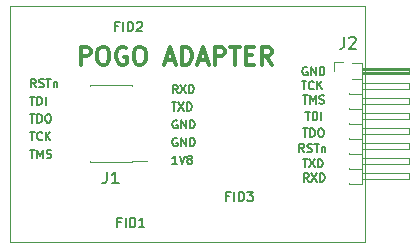
<source format=gbr>
%TF.GenerationSoftware,KiCad,Pcbnew,8.0.2*%
%TF.CreationDate,2025-01-22T12:11:11+05:30*%
%TF.ProjectId,pogo_adapter,706f676f-5f61-4646-9170-7465722e6b69,rev?*%
%TF.SameCoordinates,Original*%
%TF.FileFunction,Legend,Top*%
%TF.FilePolarity,Positive*%
%FSLAX46Y46*%
G04 Gerber Fmt 4.6, Leading zero omitted, Abs format (unit mm)*
G04 Created by KiCad (PCBNEW 8.0.2) date 2025-01-22 12:11:11*
%MOMM*%
%LPD*%
G01*
G04 APERTURE LIST*
%ADD10C,0.300000*%
%ADD11C,0.150000*%
%ADD12C,0.120000*%
%TA.AperFunction,Profile*%
%ADD13C,0.050000*%
%TD*%
G04 APERTURE END LIST*
D10*
X85954510Y-75000828D02*
X85954510Y-73500828D01*
X85954510Y-73500828D02*
X86525939Y-73500828D01*
X86525939Y-73500828D02*
X86668796Y-73572257D01*
X86668796Y-73572257D02*
X86740225Y-73643685D01*
X86740225Y-73643685D02*
X86811653Y-73786542D01*
X86811653Y-73786542D02*
X86811653Y-74000828D01*
X86811653Y-74000828D02*
X86740225Y-74143685D01*
X86740225Y-74143685D02*
X86668796Y-74215114D01*
X86668796Y-74215114D02*
X86525939Y-74286542D01*
X86525939Y-74286542D02*
X85954510Y-74286542D01*
X87740225Y-73500828D02*
X88025939Y-73500828D01*
X88025939Y-73500828D02*
X88168796Y-73572257D01*
X88168796Y-73572257D02*
X88311653Y-73715114D01*
X88311653Y-73715114D02*
X88383082Y-74000828D01*
X88383082Y-74000828D02*
X88383082Y-74500828D01*
X88383082Y-74500828D02*
X88311653Y-74786542D01*
X88311653Y-74786542D02*
X88168796Y-74929400D01*
X88168796Y-74929400D02*
X88025939Y-75000828D01*
X88025939Y-75000828D02*
X87740225Y-75000828D01*
X87740225Y-75000828D02*
X87597368Y-74929400D01*
X87597368Y-74929400D02*
X87454510Y-74786542D01*
X87454510Y-74786542D02*
X87383082Y-74500828D01*
X87383082Y-74500828D02*
X87383082Y-74000828D01*
X87383082Y-74000828D02*
X87454510Y-73715114D01*
X87454510Y-73715114D02*
X87597368Y-73572257D01*
X87597368Y-73572257D02*
X87740225Y-73500828D01*
X89811654Y-73572257D02*
X89668797Y-73500828D01*
X89668797Y-73500828D02*
X89454511Y-73500828D01*
X89454511Y-73500828D02*
X89240225Y-73572257D01*
X89240225Y-73572257D02*
X89097368Y-73715114D01*
X89097368Y-73715114D02*
X89025939Y-73857971D01*
X89025939Y-73857971D02*
X88954511Y-74143685D01*
X88954511Y-74143685D02*
X88954511Y-74357971D01*
X88954511Y-74357971D02*
X89025939Y-74643685D01*
X89025939Y-74643685D02*
X89097368Y-74786542D01*
X89097368Y-74786542D02*
X89240225Y-74929400D01*
X89240225Y-74929400D02*
X89454511Y-75000828D01*
X89454511Y-75000828D02*
X89597368Y-75000828D01*
X89597368Y-75000828D02*
X89811654Y-74929400D01*
X89811654Y-74929400D02*
X89883082Y-74857971D01*
X89883082Y-74857971D02*
X89883082Y-74357971D01*
X89883082Y-74357971D02*
X89597368Y-74357971D01*
X90811654Y-73500828D02*
X91097368Y-73500828D01*
X91097368Y-73500828D02*
X91240225Y-73572257D01*
X91240225Y-73572257D02*
X91383082Y-73715114D01*
X91383082Y-73715114D02*
X91454511Y-74000828D01*
X91454511Y-74000828D02*
X91454511Y-74500828D01*
X91454511Y-74500828D02*
X91383082Y-74786542D01*
X91383082Y-74786542D02*
X91240225Y-74929400D01*
X91240225Y-74929400D02*
X91097368Y-75000828D01*
X91097368Y-75000828D02*
X90811654Y-75000828D01*
X90811654Y-75000828D02*
X90668797Y-74929400D01*
X90668797Y-74929400D02*
X90525939Y-74786542D01*
X90525939Y-74786542D02*
X90454511Y-74500828D01*
X90454511Y-74500828D02*
X90454511Y-74000828D01*
X90454511Y-74000828D02*
X90525939Y-73715114D01*
X90525939Y-73715114D02*
X90668797Y-73572257D01*
X90668797Y-73572257D02*
X90811654Y-73500828D01*
X93168797Y-74572257D02*
X93883083Y-74572257D01*
X93025940Y-75000828D02*
X93525940Y-73500828D01*
X93525940Y-73500828D02*
X94025940Y-75000828D01*
X94525939Y-75000828D02*
X94525939Y-73500828D01*
X94525939Y-73500828D02*
X94883082Y-73500828D01*
X94883082Y-73500828D02*
X95097368Y-73572257D01*
X95097368Y-73572257D02*
X95240225Y-73715114D01*
X95240225Y-73715114D02*
X95311654Y-73857971D01*
X95311654Y-73857971D02*
X95383082Y-74143685D01*
X95383082Y-74143685D02*
X95383082Y-74357971D01*
X95383082Y-74357971D02*
X95311654Y-74643685D01*
X95311654Y-74643685D02*
X95240225Y-74786542D01*
X95240225Y-74786542D02*
X95097368Y-74929400D01*
X95097368Y-74929400D02*
X94883082Y-75000828D01*
X94883082Y-75000828D02*
X94525939Y-75000828D01*
X95954511Y-74572257D02*
X96668797Y-74572257D01*
X95811654Y-75000828D02*
X96311654Y-73500828D01*
X96311654Y-73500828D02*
X96811654Y-75000828D01*
X97311653Y-75000828D02*
X97311653Y-73500828D01*
X97311653Y-73500828D02*
X97883082Y-73500828D01*
X97883082Y-73500828D02*
X98025939Y-73572257D01*
X98025939Y-73572257D02*
X98097368Y-73643685D01*
X98097368Y-73643685D02*
X98168796Y-73786542D01*
X98168796Y-73786542D02*
X98168796Y-74000828D01*
X98168796Y-74000828D02*
X98097368Y-74143685D01*
X98097368Y-74143685D02*
X98025939Y-74215114D01*
X98025939Y-74215114D02*
X97883082Y-74286542D01*
X97883082Y-74286542D02*
X97311653Y-74286542D01*
X98597368Y-73500828D02*
X99454511Y-73500828D01*
X99025939Y-75000828D02*
X99025939Y-73500828D01*
X99954510Y-74215114D02*
X100454510Y-74215114D01*
X100668796Y-75000828D02*
X99954510Y-75000828D01*
X99954510Y-75000828D02*
X99954510Y-73500828D01*
X99954510Y-73500828D02*
X100668796Y-73500828D01*
X102168796Y-75000828D02*
X101668796Y-74286542D01*
X101311653Y-75000828D02*
X101311653Y-73500828D01*
X101311653Y-73500828D02*
X101883082Y-73500828D01*
X101883082Y-73500828D02*
X102025939Y-73572257D01*
X102025939Y-73572257D02*
X102097368Y-73643685D01*
X102097368Y-73643685D02*
X102168796Y-73786542D01*
X102168796Y-73786542D02*
X102168796Y-74000828D01*
X102168796Y-74000828D02*
X102097368Y-74143685D01*
X102097368Y-74143685D02*
X102025939Y-74215114D01*
X102025939Y-74215114D02*
X101883082Y-74286542D01*
X101883082Y-74286542D02*
X101311653Y-74286542D01*
D11*
X105265350Y-84906533D02*
X105032017Y-84573200D01*
X104865350Y-84906533D02*
X104865350Y-84206533D01*
X104865350Y-84206533D02*
X105132017Y-84206533D01*
X105132017Y-84206533D02*
X105198684Y-84239866D01*
X105198684Y-84239866D02*
X105232017Y-84273200D01*
X105232017Y-84273200D02*
X105265350Y-84339866D01*
X105265350Y-84339866D02*
X105265350Y-84439866D01*
X105265350Y-84439866D02*
X105232017Y-84506533D01*
X105232017Y-84506533D02*
X105198684Y-84539866D01*
X105198684Y-84539866D02*
X105132017Y-84573200D01*
X105132017Y-84573200D02*
X104865350Y-84573200D01*
X105498684Y-84206533D02*
X105965350Y-84906533D01*
X105965350Y-84206533D02*
X105498684Y-84906533D01*
X106232017Y-84906533D02*
X106232017Y-84206533D01*
X106232017Y-84206533D02*
X106398684Y-84206533D01*
X106398684Y-84206533D02*
X106498684Y-84239866D01*
X106498684Y-84239866D02*
X106565351Y-84306533D01*
X106565351Y-84306533D02*
X106598684Y-84373200D01*
X106598684Y-84373200D02*
X106632017Y-84506533D01*
X106632017Y-84506533D02*
X106632017Y-84606533D01*
X106632017Y-84606533D02*
X106598684Y-84739866D01*
X106598684Y-84739866D02*
X106565351Y-84806533D01*
X106565351Y-84806533D02*
X106498684Y-84873200D01*
X106498684Y-84873200D02*
X106398684Y-84906533D01*
X106398684Y-84906533D02*
X106232017Y-84906533D01*
X104765350Y-83006533D02*
X105165350Y-83006533D01*
X104965350Y-83706533D02*
X104965350Y-83006533D01*
X105332017Y-83006533D02*
X105798683Y-83706533D01*
X105798683Y-83006533D02*
X105332017Y-83706533D01*
X106065350Y-83706533D02*
X106065350Y-83006533D01*
X106065350Y-83006533D02*
X106232017Y-83006533D01*
X106232017Y-83006533D02*
X106332017Y-83039866D01*
X106332017Y-83039866D02*
X106398684Y-83106533D01*
X106398684Y-83106533D02*
X106432017Y-83173200D01*
X106432017Y-83173200D02*
X106465350Y-83306533D01*
X106465350Y-83306533D02*
X106465350Y-83406533D01*
X106465350Y-83406533D02*
X106432017Y-83539866D01*
X106432017Y-83539866D02*
X106398684Y-83606533D01*
X106398684Y-83606533D02*
X106332017Y-83673200D01*
X106332017Y-83673200D02*
X106232017Y-83706533D01*
X106232017Y-83706533D02*
X106065350Y-83706533D01*
X104865350Y-82406533D02*
X104632017Y-82073200D01*
X104465350Y-82406533D02*
X104465350Y-81706533D01*
X104465350Y-81706533D02*
X104732017Y-81706533D01*
X104732017Y-81706533D02*
X104798684Y-81739866D01*
X104798684Y-81739866D02*
X104832017Y-81773200D01*
X104832017Y-81773200D02*
X104865350Y-81839866D01*
X104865350Y-81839866D02*
X104865350Y-81939866D01*
X104865350Y-81939866D02*
X104832017Y-82006533D01*
X104832017Y-82006533D02*
X104798684Y-82039866D01*
X104798684Y-82039866D02*
X104732017Y-82073200D01*
X104732017Y-82073200D02*
X104465350Y-82073200D01*
X105132017Y-82373200D02*
X105232017Y-82406533D01*
X105232017Y-82406533D02*
X105398684Y-82406533D01*
X105398684Y-82406533D02*
X105465350Y-82373200D01*
X105465350Y-82373200D02*
X105498684Y-82339866D01*
X105498684Y-82339866D02*
X105532017Y-82273200D01*
X105532017Y-82273200D02*
X105532017Y-82206533D01*
X105532017Y-82206533D02*
X105498684Y-82139866D01*
X105498684Y-82139866D02*
X105465350Y-82106533D01*
X105465350Y-82106533D02*
X105398684Y-82073200D01*
X105398684Y-82073200D02*
X105265350Y-82039866D01*
X105265350Y-82039866D02*
X105198684Y-82006533D01*
X105198684Y-82006533D02*
X105165350Y-81973200D01*
X105165350Y-81973200D02*
X105132017Y-81906533D01*
X105132017Y-81906533D02*
X105132017Y-81839866D01*
X105132017Y-81839866D02*
X105165350Y-81773200D01*
X105165350Y-81773200D02*
X105198684Y-81739866D01*
X105198684Y-81739866D02*
X105265350Y-81706533D01*
X105265350Y-81706533D02*
X105432017Y-81706533D01*
X105432017Y-81706533D02*
X105532017Y-81739866D01*
X105732017Y-81706533D02*
X106132017Y-81706533D01*
X105932017Y-82406533D02*
X105932017Y-81706533D01*
X106365350Y-81939866D02*
X106365350Y-82406533D01*
X106365350Y-82006533D02*
X106398684Y-81973200D01*
X106398684Y-81973200D02*
X106465350Y-81939866D01*
X106465350Y-81939866D02*
X106565350Y-81939866D01*
X106565350Y-81939866D02*
X106632017Y-81973200D01*
X106632017Y-81973200D02*
X106665350Y-82039866D01*
X106665350Y-82039866D02*
X106665350Y-82406533D01*
X104765350Y-80406533D02*
X105165350Y-80406533D01*
X104965350Y-81106533D02*
X104965350Y-80406533D01*
X105398683Y-81106533D02*
X105398683Y-80406533D01*
X105398683Y-80406533D02*
X105565350Y-80406533D01*
X105565350Y-80406533D02*
X105665350Y-80439866D01*
X105665350Y-80439866D02*
X105732017Y-80506533D01*
X105732017Y-80506533D02*
X105765350Y-80573200D01*
X105765350Y-80573200D02*
X105798683Y-80706533D01*
X105798683Y-80706533D02*
X105798683Y-80806533D01*
X105798683Y-80806533D02*
X105765350Y-80939866D01*
X105765350Y-80939866D02*
X105732017Y-81006533D01*
X105732017Y-81006533D02*
X105665350Y-81073200D01*
X105665350Y-81073200D02*
X105565350Y-81106533D01*
X105565350Y-81106533D02*
X105398683Y-81106533D01*
X106232017Y-80406533D02*
X106365350Y-80406533D01*
X106365350Y-80406533D02*
X106432017Y-80439866D01*
X106432017Y-80439866D02*
X106498683Y-80506533D01*
X106498683Y-80506533D02*
X106532017Y-80639866D01*
X106532017Y-80639866D02*
X106532017Y-80873200D01*
X106532017Y-80873200D02*
X106498683Y-81006533D01*
X106498683Y-81006533D02*
X106432017Y-81073200D01*
X106432017Y-81073200D02*
X106365350Y-81106533D01*
X106365350Y-81106533D02*
X106232017Y-81106533D01*
X106232017Y-81106533D02*
X106165350Y-81073200D01*
X106165350Y-81073200D02*
X106098683Y-81006533D01*
X106098683Y-81006533D02*
X106065350Y-80873200D01*
X106065350Y-80873200D02*
X106065350Y-80639866D01*
X106065350Y-80639866D02*
X106098683Y-80506533D01*
X106098683Y-80506533D02*
X106165350Y-80439866D01*
X106165350Y-80439866D02*
X106232017Y-80406533D01*
X104965350Y-79006533D02*
X105365350Y-79006533D01*
X105165350Y-79706533D02*
X105165350Y-79006533D01*
X105598683Y-79706533D02*
X105598683Y-79006533D01*
X105598683Y-79006533D02*
X105765350Y-79006533D01*
X105765350Y-79006533D02*
X105865350Y-79039866D01*
X105865350Y-79039866D02*
X105932017Y-79106533D01*
X105932017Y-79106533D02*
X105965350Y-79173200D01*
X105965350Y-79173200D02*
X105998683Y-79306533D01*
X105998683Y-79306533D02*
X105998683Y-79406533D01*
X105998683Y-79406533D02*
X105965350Y-79539866D01*
X105965350Y-79539866D02*
X105932017Y-79606533D01*
X105932017Y-79606533D02*
X105865350Y-79673200D01*
X105865350Y-79673200D02*
X105765350Y-79706533D01*
X105765350Y-79706533D02*
X105598683Y-79706533D01*
X106298683Y-79706533D02*
X106298683Y-79006533D01*
X104765350Y-77606533D02*
X105165350Y-77606533D01*
X104965350Y-78306533D02*
X104965350Y-77606533D01*
X105398683Y-78306533D02*
X105398683Y-77606533D01*
X105398683Y-77606533D02*
X105632017Y-78106533D01*
X105632017Y-78106533D02*
X105865350Y-77606533D01*
X105865350Y-77606533D02*
X105865350Y-78306533D01*
X106165350Y-78273200D02*
X106265350Y-78306533D01*
X106265350Y-78306533D02*
X106432017Y-78306533D01*
X106432017Y-78306533D02*
X106498683Y-78273200D01*
X106498683Y-78273200D02*
X106532017Y-78239866D01*
X106532017Y-78239866D02*
X106565350Y-78173200D01*
X106565350Y-78173200D02*
X106565350Y-78106533D01*
X106565350Y-78106533D02*
X106532017Y-78039866D01*
X106532017Y-78039866D02*
X106498683Y-78006533D01*
X106498683Y-78006533D02*
X106432017Y-77973200D01*
X106432017Y-77973200D02*
X106298683Y-77939866D01*
X106298683Y-77939866D02*
X106232017Y-77906533D01*
X106232017Y-77906533D02*
X106198683Y-77873200D01*
X106198683Y-77873200D02*
X106165350Y-77806533D01*
X106165350Y-77806533D02*
X106165350Y-77739866D01*
X106165350Y-77739866D02*
X106198683Y-77673200D01*
X106198683Y-77673200D02*
X106232017Y-77639866D01*
X106232017Y-77639866D02*
X106298683Y-77606533D01*
X106298683Y-77606533D02*
X106465350Y-77606533D01*
X106465350Y-77606533D02*
X106565350Y-77639866D01*
X104665350Y-76406533D02*
X105065350Y-76406533D01*
X104865350Y-77106533D02*
X104865350Y-76406533D01*
X105698683Y-77039866D02*
X105665350Y-77073200D01*
X105665350Y-77073200D02*
X105565350Y-77106533D01*
X105565350Y-77106533D02*
X105498683Y-77106533D01*
X105498683Y-77106533D02*
X105398683Y-77073200D01*
X105398683Y-77073200D02*
X105332017Y-77006533D01*
X105332017Y-77006533D02*
X105298683Y-76939866D01*
X105298683Y-76939866D02*
X105265350Y-76806533D01*
X105265350Y-76806533D02*
X105265350Y-76706533D01*
X105265350Y-76706533D02*
X105298683Y-76573200D01*
X105298683Y-76573200D02*
X105332017Y-76506533D01*
X105332017Y-76506533D02*
X105398683Y-76439866D01*
X105398683Y-76439866D02*
X105498683Y-76406533D01*
X105498683Y-76406533D02*
X105565350Y-76406533D01*
X105565350Y-76406533D02*
X105665350Y-76439866D01*
X105665350Y-76439866D02*
X105698683Y-76473200D01*
X105998683Y-77106533D02*
X105998683Y-76406533D01*
X106398683Y-77106533D02*
X106098683Y-76706533D01*
X106398683Y-76406533D02*
X105998683Y-76806533D01*
X105132017Y-75239866D02*
X105065350Y-75206533D01*
X105065350Y-75206533D02*
X104965350Y-75206533D01*
X104965350Y-75206533D02*
X104865350Y-75239866D01*
X104865350Y-75239866D02*
X104798684Y-75306533D01*
X104798684Y-75306533D02*
X104765350Y-75373200D01*
X104765350Y-75373200D02*
X104732017Y-75506533D01*
X104732017Y-75506533D02*
X104732017Y-75606533D01*
X104732017Y-75606533D02*
X104765350Y-75739866D01*
X104765350Y-75739866D02*
X104798684Y-75806533D01*
X104798684Y-75806533D02*
X104865350Y-75873200D01*
X104865350Y-75873200D02*
X104965350Y-75906533D01*
X104965350Y-75906533D02*
X105032017Y-75906533D01*
X105032017Y-75906533D02*
X105132017Y-75873200D01*
X105132017Y-75873200D02*
X105165350Y-75839866D01*
X105165350Y-75839866D02*
X105165350Y-75606533D01*
X105165350Y-75606533D02*
X105032017Y-75606533D01*
X105465350Y-75906533D02*
X105465350Y-75206533D01*
X105465350Y-75206533D02*
X105865350Y-75906533D01*
X105865350Y-75906533D02*
X105865350Y-75206533D01*
X106198683Y-75906533D02*
X106198683Y-75206533D01*
X106198683Y-75206533D02*
X106365350Y-75206533D01*
X106365350Y-75206533D02*
X106465350Y-75239866D01*
X106465350Y-75239866D02*
X106532017Y-75306533D01*
X106532017Y-75306533D02*
X106565350Y-75373200D01*
X106565350Y-75373200D02*
X106598683Y-75506533D01*
X106598683Y-75506533D02*
X106598683Y-75606533D01*
X106598683Y-75606533D02*
X106565350Y-75739866D01*
X106565350Y-75739866D02*
X106532017Y-75806533D01*
X106532017Y-75806533D02*
X106465350Y-75873200D01*
X106465350Y-75873200D02*
X106365350Y-75906533D01*
X106365350Y-75906533D02*
X106198683Y-75906533D01*
X94132017Y-83406533D02*
X93732017Y-83406533D01*
X93932017Y-83406533D02*
X93932017Y-82706533D01*
X93932017Y-82706533D02*
X93865350Y-82806533D01*
X93865350Y-82806533D02*
X93798684Y-82873200D01*
X93798684Y-82873200D02*
X93732017Y-82906533D01*
X94332017Y-82706533D02*
X94565351Y-83406533D01*
X94565351Y-83406533D02*
X94798684Y-82706533D01*
X95132017Y-83006533D02*
X95065351Y-82973200D01*
X95065351Y-82973200D02*
X95032017Y-82939866D01*
X95032017Y-82939866D02*
X94998684Y-82873200D01*
X94998684Y-82873200D02*
X94998684Y-82839866D01*
X94998684Y-82839866D02*
X95032017Y-82773200D01*
X95032017Y-82773200D02*
X95065351Y-82739866D01*
X95065351Y-82739866D02*
X95132017Y-82706533D01*
X95132017Y-82706533D02*
X95265351Y-82706533D01*
X95265351Y-82706533D02*
X95332017Y-82739866D01*
X95332017Y-82739866D02*
X95365351Y-82773200D01*
X95365351Y-82773200D02*
X95398684Y-82839866D01*
X95398684Y-82839866D02*
X95398684Y-82873200D01*
X95398684Y-82873200D02*
X95365351Y-82939866D01*
X95365351Y-82939866D02*
X95332017Y-82973200D01*
X95332017Y-82973200D02*
X95265351Y-83006533D01*
X95265351Y-83006533D02*
X95132017Y-83006533D01*
X95132017Y-83006533D02*
X95065351Y-83039866D01*
X95065351Y-83039866D02*
X95032017Y-83073200D01*
X95032017Y-83073200D02*
X94998684Y-83139866D01*
X94998684Y-83139866D02*
X94998684Y-83273200D01*
X94998684Y-83273200D02*
X95032017Y-83339866D01*
X95032017Y-83339866D02*
X95065351Y-83373200D01*
X95065351Y-83373200D02*
X95132017Y-83406533D01*
X95132017Y-83406533D02*
X95265351Y-83406533D01*
X95265351Y-83406533D02*
X95332017Y-83373200D01*
X95332017Y-83373200D02*
X95365351Y-83339866D01*
X95365351Y-83339866D02*
X95398684Y-83273200D01*
X95398684Y-83273200D02*
X95398684Y-83139866D01*
X95398684Y-83139866D02*
X95365351Y-83073200D01*
X95365351Y-83073200D02*
X95332017Y-83039866D01*
X95332017Y-83039866D02*
X95265351Y-83006533D01*
X94132017Y-81239866D02*
X94065350Y-81206533D01*
X94065350Y-81206533D02*
X93965350Y-81206533D01*
X93965350Y-81206533D02*
X93865350Y-81239866D01*
X93865350Y-81239866D02*
X93798684Y-81306533D01*
X93798684Y-81306533D02*
X93765350Y-81373200D01*
X93765350Y-81373200D02*
X93732017Y-81506533D01*
X93732017Y-81506533D02*
X93732017Y-81606533D01*
X93732017Y-81606533D02*
X93765350Y-81739866D01*
X93765350Y-81739866D02*
X93798684Y-81806533D01*
X93798684Y-81806533D02*
X93865350Y-81873200D01*
X93865350Y-81873200D02*
X93965350Y-81906533D01*
X93965350Y-81906533D02*
X94032017Y-81906533D01*
X94032017Y-81906533D02*
X94132017Y-81873200D01*
X94132017Y-81873200D02*
X94165350Y-81839866D01*
X94165350Y-81839866D02*
X94165350Y-81606533D01*
X94165350Y-81606533D02*
X94032017Y-81606533D01*
X94465350Y-81906533D02*
X94465350Y-81206533D01*
X94465350Y-81206533D02*
X94865350Y-81906533D01*
X94865350Y-81906533D02*
X94865350Y-81206533D01*
X95198683Y-81906533D02*
X95198683Y-81206533D01*
X95198683Y-81206533D02*
X95365350Y-81206533D01*
X95365350Y-81206533D02*
X95465350Y-81239866D01*
X95465350Y-81239866D02*
X95532017Y-81306533D01*
X95532017Y-81306533D02*
X95565350Y-81373200D01*
X95565350Y-81373200D02*
X95598683Y-81506533D01*
X95598683Y-81506533D02*
X95598683Y-81606533D01*
X95598683Y-81606533D02*
X95565350Y-81739866D01*
X95565350Y-81739866D02*
X95532017Y-81806533D01*
X95532017Y-81806533D02*
X95465350Y-81873200D01*
X95465350Y-81873200D02*
X95365350Y-81906533D01*
X95365350Y-81906533D02*
X95198683Y-81906533D01*
X94132017Y-79739866D02*
X94065350Y-79706533D01*
X94065350Y-79706533D02*
X93965350Y-79706533D01*
X93965350Y-79706533D02*
X93865350Y-79739866D01*
X93865350Y-79739866D02*
X93798684Y-79806533D01*
X93798684Y-79806533D02*
X93765350Y-79873200D01*
X93765350Y-79873200D02*
X93732017Y-80006533D01*
X93732017Y-80006533D02*
X93732017Y-80106533D01*
X93732017Y-80106533D02*
X93765350Y-80239866D01*
X93765350Y-80239866D02*
X93798684Y-80306533D01*
X93798684Y-80306533D02*
X93865350Y-80373200D01*
X93865350Y-80373200D02*
X93965350Y-80406533D01*
X93965350Y-80406533D02*
X94032017Y-80406533D01*
X94032017Y-80406533D02*
X94132017Y-80373200D01*
X94132017Y-80373200D02*
X94165350Y-80339866D01*
X94165350Y-80339866D02*
X94165350Y-80106533D01*
X94165350Y-80106533D02*
X94032017Y-80106533D01*
X94465350Y-80406533D02*
X94465350Y-79706533D01*
X94465350Y-79706533D02*
X94865350Y-80406533D01*
X94865350Y-80406533D02*
X94865350Y-79706533D01*
X95198683Y-80406533D02*
X95198683Y-79706533D01*
X95198683Y-79706533D02*
X95365350Y-79706533D01*
X95365350Y-79706533D02*
X95465350Y-79739866D01*
X95465350Y-79739866D02*
X95532017Y-79806533D01*
X95532017Y-79806533D02*
X95565350Y-79873200D01*
X95565350Y-79873200D02*
X95598683Y-80006533D01*
X95598683Y-80006533D02*
X95598683Y-80106533D01*
X95598683Y-80106533D02*
X95565350Y-80239866D01*
X95565350Y-80239866D02*
X95532017Y-80306533D01*
X95532017Y-80306533D02*
X95465350Y-80373200D01*
X95465350Y-80373200D02*
X95365350Y-80406533D01*
X95365350Y-80406533D02*
X95198683Y-80406533D01*
X93665350Y-78206533D02*
X94065350Y-78206533D01*
X93865350Y-78906533D02*
X93865350Y-78206533D01*
X94232017Y-78206533D02*
X94698683Y-78906533D01*
X94698683Y-78206533D02*
X94232017Y-78906533D01*
X94965350Y-78906533D02*
X94965350Y-78206533D01*
X94965350Y-78206533D02*
X95132017Y-78206533D01*
X95132017Y-78206533D02*
X95232017Y-78239866D01*
X95232017Y-78239866D02*
X95298684Y-78306533D01*
X95298684Y-78306533D02*
X95332017Y-78373200D01*
X95332017Y-78373200D02*
X95365350Y-78506533D01*
X95365350Y-78506533D02*
X95365350Y-78606533D01*
X95365350Y-78606533D02*
X95332017Y-78739866D01*
X95332017Y-78739866D02*
X95298684Y-78806533D01*
X95298684Y-78806533D02*
X95232017Y-78873200D01*
X95232017Y-78873200D02*
X95132017Y-78906533D01*
X95132017Y-78906533D02*
X94965350Y-78906533D01*
X94165350Y-77406533D02*
X93932017Y-77073200D01*
X93765350Y-77406533D02*
X93765350Y-76706533D01*
X93765350Y-76706533D02*
X94032017Y-76706533D01*
X94032017Y-76706533D02*
X94098684Y-76739866D01*
X94098684Y-76739866D02*
X94132017Y-76773200D01*
X94132017Y-76773200D02*
X94165350Y-76839866D01*
X94165350Y-76839866D02*
X94165350Y-76939866D01*
X94165350Y-76939866D02*
X94132017Y-77006533D01*
X94132017Y-77006533D02*
X94098684Y-77039866D01*
X94098684Y-77039866D02*
X94032017Y-77073200D01*
X94032017Y-77073200D02*
X93765350Y-77073200D01*
X94398684Y-76706533D02*
X94865350Y-77406533D01*
X94865350Y-76706533D02*
X94398684Y-77406533D01*
X95132017Y-77406533D02*
X95132017Y-76706533D01*
X95132017Y-76706533D02*
X95298684Y-76706533D01*
X95298684Y-76706533D02*
X95398684Y-76739866D01*
X95398684Y-76739866D02*
X95465351Y-76806533D01*
X95465351Y-76806533D02*
X95498684Y-76873200D01*
X95498684Y-76873200D02*
X95532017Y-77006533D01*
X95532017Y-77006533D02*
X95532017Y-77106533D01*
X95532017Y-77106533D02*
X95498684Y-77239866D01*
X95498684Y-77239866D02*
X95465351Y-77306533D01*
X95465351Y-77306533D02*
X95398684Y-77373200D01*
X95398684Y-77373200D02*
X95298684Y-77406533D01*
X95298684Y-77406533D02*
X95132017Y-77406533D01*
X82165350Y-76906533D02*
X81932017Y-76573200D01*
X81765350Y-76906533D02*
X81765350Y-76206533D01*
X81765350Y-76206533D02*
X82032017Y-76206533D01*
X82032017Y-76206533D02*
X82098684Y-76239866D01*
X82098684Y-76239866D02*
X82132017Y-76273200D01*
X82132017Y-76273200D02*
X82165350Y-76339866D01*
X82165350Y-76339866D02*
X82165350Y-76439866D01*
X82165350Y-76439866D02*
X82132017Y-76506533D01*
X82132017Y-76506533D02*
X82098684Y-76539866D01*
X82098684Y-76539866D02*
X82032017Y-76573200D01*
X82032017Y-76573200D02*
X81765350Y-76573200D01*
X82432017Y-76873200D02*
X82532017Y-76906533D01*
X82532017Y-76906533D02*
X82698684Y-76906533D01*
X82698684Y-76906533D02*
X82765350Y-76873200D01*
X82765350Y-76873200D02*
X82798684Y-76839866D01*
X82798684Y-76839866D02*
X82832017Y-76773200D01*
X82832017Y-76773200D02*
X82832017Y-76706533D01*
X82832017Y-76706533D02*
X82798684Y-76639866D01*
X82798684Y-76639866D02*
X82765350Y-76606533D01*
X82765350Y-76606533D02*
X82698684Y-76573200D01*
X82698684Y-76573200D02*
X82565350Y-76539866D01*
X82565350Y-76539866D02*
X82498684Y-76506533D01*
X82498684Y-76506533D02*
X82465350Y-76473200D01*
X82465350Y-76473200D02*
X82432017Y-76406533D01*
X82432017Y-76406533D02*
X82432017Y-76339866D01*
X82432017Y-76339866D02*
X82465350Y-76273200D01*
X82465350Y-76273200D02*
X82498684Y-76239866D01*
X82498684Y-76239866D02*
X82565350Y-76206533D01*
X82565350Y-76206533D02*
X82732017Y-76206533D01*
X82732017Y-76206533D02*
X82832017Y-76239866D01*
X83032017Y-76206533D02*
X83432017Y-76206533D01*
X83232017Y-76906533D02*
X83232017Y-76206533D01*
X83665350Y-76439866D02*
X83665350Y-76906533D01*
X83665350Y-76506533D02*
X83698684Y-76473200D01*
X83698684Y-76473200D02*
X83765350Y-76439866D01*
X83765350Y-76439866D02*
X83865350Y-76439866D01*
X83865350Y-76439866D02*
X83932017Y-76473200D01*
X83932017Y-76473200D02*
X83965350Y-76539866D01*
X83965350Y-76539866D02*
X83965350Y-76906533D01*
X81665350Y-77706533D02*
X82065350Y-77706533D01*
X81865350Y-78406533D02*
X81865350Y-77706533D01*
X82298683Y-78406533D02*
X82298683Y-77706533D01*
X82298683Y-77706533D02*
X82465350Y-77706533D01*
X82465350Y-77706533D02*
X82565350Y-77739866D01*
X82565350Y-77739866D02*
X82632017Y-77806533D01*
X82632017Y-77806533D02*
X82665350Y-77873200D01*
X82665350Y-77873200D02*
X82698683Y-78006533D01*
X82698683Y-78006533D02*
X82698683Y-78106533D01*
X82698683Y-78106533D02*
X82665350Y-78239866D01*
X82665350Y-78239866D02*
X82632017Y-78306533D01*
X82632017Y-78306533D02*
X82565350Y-78373200D01*
X82565350Y-78373200D02*
X82465350Y-78406533D01*
X82465350Y-78406533D02*
X82298683Y-78406533D01*
X82998683Y-78406533D02*
X82998683Y-77706533D01*
X81665350Y-79206533D02*
X82065350Y-79206533D01*
X81865350Y-79906533D02*
X81865350Y-79206533D01*
X82298683Y-79906533D02*
X82298683Y-79206533D01*
X82298683Y-79206533D02*
X82465350Y-79206533D01*
X82465350Y-79206533D02*
X82565350Y-79239866D01*
X82565350Y-79239866D02*
X82632017Y-79306533D01*
X82632017Y-79306533D02*
X82665350Y-79373200D01*
X82665350Y-79373200D02*
X82698683Y-79506533D01*
X82698683Y-79506533D02*
X82698683Y-79606533D01*
X82698683Y-79606533D02*
X82665350Y-79739866D01*
X82665350Y-79739866D02*
X82632017Y-79806533D01*
X82632017Y-79806533D02*
X82565350Y-79873200D01*
X82565350Y-79873200D02*
X82465350Y-79906533D01*
X82465350Y-79906533D02*
X82298683Y-79906533D01*
X83132017Y-79206533D02*
X83265350Y-79206533D01*
X83265350Y-79206533D02*
X83332017Y-79239866D01*
X83332017Y-79239866D02*
X83398683Y-79306533D01*
X83398683Y-79306533D02*
X83432017Y-79439866D01*
X83432017Y-79439866D02*
X83432017Y-79673200D01*
X83432017Y-79673200D02*
X83398683Y-79806533D01*
X83398683Y-79806533D02*
X83332017Y-79873200D01*
X83332017Y-79873200D02*
X83265350Y-79906533D01*
X83265350Y-79906533D02*
X83132017Y-79906533D01*
X83132017Y-79906533D02*
X83065350Y-79873200D01*
X83065350Y-79873200D02*
X82998683Y-79806533D01*
X82998683Y-79806533D02*
X82965350Y-79673200D01*
X82965350Y-79673200D02*
X82965350Y-79439866D01*
X82965350Y-79439866D02*
X82998683Y-79306533D01*
X82998683Y-79306533D02*
X83065350Y-79239866D01*
X83065350Y-79239866D02*
X83132017Y-79206533D01*
X81665350Y-80706533D02*
X82065350Y-80706533D01*
X81865350Y-81406533D02*
X81865350Y-80706533D01*
X82698683Y-81339866D02*
X82665350Y-81373200D01*
X82665350Y-81373200D02*
X82565350Y-81406533D01*
X82565350Y-81406533D02*
X82498683Y-81406533D01*
X82498683Y-81406533D02*
X82398683Y-81373200D01*
X82398683Y-81373200D02*
X82332017Y-81306533D01*
X82332017Y-81306533D02*
X82298683Y-81239866D01*
X82298683Y-81239866D02*
X82265350Y-81106533D01*
X82265350Y-81106533D02*
X82265350Y-81006533D01*
X82265350Y-81006533D02*
X82298683Y-80873200D01*
X82298683Y-80873200D02*
X82332017Y-80806533D01*
X82332017Y-80806533D02*
X82398683Y-80739866D01*
X82398683Y-80739866D02*
X82498683Y-80706533D01*
X82498683Y-80706533D02*
X82565350Y-80706533D01*
X82565350Y-80706533D02*
X82665350Y-80739866D01*
X82665350Y-80739866D02*
X82698683Y-80773200D01*
X82998683Y-81406533D02*
X82998683Y-80706533D01*
X83398683Y-81406533D02*
X83098683Y-81006533D01*
X83398683Y-80706533D02*
X82998683Y-81106533D01*
X81665350Y-82206533D02*
X82065350Y-82206533D01*
X81865350Y-82906533D02*
X81865350Y-82206533D01*
X82298683Y-82906533D02*
X82298683Y-82206533D01*
X82298683Y-82206533D02*
X82532017Y-82706533D01*
X82532017Y-82706533D02*
X82765350Y-82206533D01*
X82765350Y-82206533D02*
X82765350Y-82906533D01*
X83065350Y-82873200D02*
X83165350Y-82906533D01*
X83165350Y-82906533D02*
X83332017Y-82906533D01*
X83332017Y-82906533D02*
X83398683Y-82873200D01*
X83398683Y-82873200D02*
X83432017Y-82839866D01*
X83432017Y-82839866D02*
X83465350Y-82773200D01*
X83465350Y-82773200D02*
X83465350Y-82706533D01*
X83465350Y-82706533D02*
X83432017Y-82639866D01*
X83432017Y-82639866D02*
X83398683Y-82606533D01*
X83398683Y-82606533D02*
X83332017Y-82573200D01*
X83332017Y-82573200D02*
X83198683Y-82539866D01*
X83198683Y-82539866D02*
X83132017Y-82506533D01*
X83132017Y-82506533D02*
X83098683Y-82473200D01*
X83098683Y-82473200D02*
X83065350Y-82406533D01*
X83065350Y-82406533D02*
X83065350Y-82339866D01*
X83065350Y-82339866D02*
X83098683Y-82273200D01*
X83098683Y-82273200D02*
X83132017Y-82239866D01*
X83132017Y-82239866D02*
X83198683Y-82206533D01*
X83198683Y-82206533D02*
X83365350Y-82206533D01*
X83365350Y-82206533D02*
X83465350Y-82239866D01*
X98542857Y-86143247D02*
X98276191Y-86143247D01*
X98276191Y-86562295D02*
X98276191Y-85762295D01*
X98276191Y-85762295D02*
X98657143Y-85762295D01*
X98961905Y-86562295D02*
X98961905Y-85762295D01*
X99342857Y-86562295D02*
X99342857Y-85762295D01*
X99342857Y-85762295D02*
X99533333Y-85762295D01*
X99533333Y-85762295D02*
X99647619Y-85800390D01*
X99647619Y-85800390D02*
X99723809Y-85876580D01*
X99723809Y-85876580D02*
X99761904Y-85952771D01*
X99761904Y-85952771D02*
X99800000Y-86105152D01*
X99800000Y-86105152D02*
X99800000Y-86219438D01*
X99800000Y-86219438D02*
X99761904Y-86371819D01*
X99761904Y-86371819D02*
X99723809Y-86448009D01*
X99723809Y-86448009D02*
X99647619Y-86524200D01*
X99647619Y-86524200D02*
X99533333Y-86562295D01*
X99533333Y-86562295D02*
X99342857Y-86562295D01*
X100066666Y-85762295D02*
X100561904Y-85762295D01*
X100561904Y-85762295D02*
X100295238Y-86067057D01*
X100295238Y-86067057D02*
X100409523Y-86067057D01*
X100409523Y-86067057D02*
X100485714Y-86105152D01*
X100485714Y-86105152D02*
X100523809Y-86143247D01*
X100523809Y-86143247D02*
X100561904Y-86219438D01*
X100561904Y-86219438D02*
X100561904Y-86409914D01*
X100561904Y-86409914D02*
X100523809Y-86486104D01*
X100523809Y-86486104D02*
X100485714Y-86524200D01*
X100485714Y-86524200D02*
X100409523Y-86562295D01*
X100409523Y-86562295D02*
X100180952Y-86562295D01*
X100180952Y-86562295D02*
X100104761Y-86524200D01*
X100104761Y-86524200D02*
X100066666Y-86486104D01*
X89142857Y-71743247D02*
X88876191Y-71743247D01*
X88876191Y-72162295D02*
X88876191Y-71362295D01*
X88876191Y-71362295D02*
X89257143Y-71362295D01*
X89561905Y-72162295D02*
X89561905Y-71362295D01*
X89942857Y-72162295D02*
X89942857Y-71362295D01*
X89942857Y-71362295D02*
X90133333Y-71362295D01*
X90133333Y-71362295D02*
X90247619Y-71400390D01*
X90247619Y-71400390D02*
X90323809Y-71476580D01*
X90323809Y-71476580D02*
X90361904Y-71552771D01*
X90361904Y-71552771D02*
X90400000Y-71705152D01*
X90400000Y-71705152D02*
X90400000Y-71819438D01*
X90400000Y-71819438D02*
X90361904Y-71971819D01*
X90361904Y-71971819D02*
X90323809Y-72048009D01*
X90323809Y-72048009D02*
X90247619Y-72124200D01*
X90247619Y-72124200D02*
X90133333Y-72162295D01*
X90133333Y-72162295D02*
X89942857Y-72162295D01*
X90704761Y-71438485D02*
X90742857Y-71400390D01*
X90742857Y-71400390D02*
X90819047Y-71362295D01*
X90819047Y-71362295D02*
X91009523Y-71362295D01*
X91009523Y-71362295D02*
X91085714Y-71400390D01*
X91085714Y-71400390D02*
X91123809Y-71438485D01*
X91123809Y-71438485D02*
X91161904Y-71514676D01*
X91161904Y-71514676D02*
X91161904Y-71590866D01*
X91161904Y-71590866D02*
X91123809Y-71705152D01*
X91123809Y-71705152D02*
X90666666Y-72162295D01*
X90666666Y-72162295D02*
X91161904Y-72162295D01*
X89342857Y-88343247D02*
X89076191Y-88343247D01*
X89076191Y-88762295D02*
X89076191Y-87962295D01*
X89076191Y-87962295D02*
X89457143Y-87962295D01*
X89761905Y-88762295D02*
X89761905Y-87962295D01*
X90142857Y-88762295D02*
X90142857Y-87962295D01*
X90142857Y-87962295D02*
X90333333Y-87962295D01*
X90333333Y-87962295D02*
X90447619Y-88000390D01*
X90447619Y-88000390D02*
X90523809Y-88076580D01*
X90523809Y-88076580D02*
X90561904Y-88152771D01*
X90561904Y-88152771D02*
X90600000Y-88305152D01*
X90600000Y-88305152D02*
X90600000Y-88419438D01*
X90600000Y-88419438D02*
X90561904Y-88571819D01*
X90561904Y-88571819D02*
X90523809Y-88648009D01*
X90523809Y-88648009D02*
X90447619Y-88724200D01*
X90447619Y-88724200D02*
X90333333Y-88762295D01*
X90333333Y-88762295D02*
X90142857Y-88762295D01*
X91361904Y-88762295D02*
X90904761Y-88762295D01*
X91133333Y-88762295D02*
X91133333Y-87962295D01*
X91133333Y-87962295D02*
X91057142Y-88076580D01*
X91057142Y-88076580D02*
X90980952Y-88152771D01*
X90980952Y-88152771D02*
X90904761Y-88190866D01*
X108266666Y-72654819D02*
X108266666Y-73369104D01*
X108266666Y-73369104D02*
X108219047Y-73511961D01*
X108219047Y-73511961D02*
X108123809Y-73607200D01*
X108123809Y-73607200D02*
X107980952Y-73654819D01*
X107980952Y-73654819D02*
X107885714Y-73654819D01*
X108695238Y-72750057D02*
X108742857Y-72702438D01*
X108742857Y-72702438D02*
X108838095Y-72654819D01*
X108838095Y-72654819D02*
X109076190Y-72654819D01*
X109076190Y-72654819D02*
X109171428Y-72702438D01*
X109171428Y-72702438D02*
X109219047Y-72750057D01*
X109219047Y-72750057D02*
X109266666Y-72845295D01*
X109266666Y-72845295D02*
X109266666Y-72940533D01*
X109266666Y-72940533D02*
X109219047Y-73083390D01*
X109219047Y-73083390D02*
X108647619Y-73654819D01*
X108647619Y-73654819D02*
X109266666Y-73654819D01*
X88166666Y-84054819D02*
X88166666Y-84769104D01*
X88166666Y-84769104D02*
X88119047Y-84911961D01*
X88119047Y-84911961D02*
X88023809Y-85007200D01*
X88023809Y-85007200D02*
X87880952Y-85054819D01*
X87880952Y-85054819D02*
X87785714Y-85054819D01*
X89166666Y-85054819D02*
X88595238Y-85054819D01*
X88880952Y-85054819D02*
X88880952Y-84054819D01*
X88880952Y-84054819D02*
X88785714Y-84197676D01*
X88785714Y-84197676D02*
X88690476Y-84292914D01*
X88690476Y-84292914D02*
X88595238Y-84340533D01*
D12*
%TO.C,J2*%
X107440000Y-74790000D02*
X108200000Y-74790000D01*
X107440000Y-75550000D02*
X107440000Y-74790000D01*
X108640000Y-77439677D02*
X108640000Y-77470323D01*
X108640000Y-77455000D02*
X109760000Y-77455000D01*
X108640000Y-78709677D02*
X108640000Y-78740323D01*
X108640000Y-78725000D02*
X109760000Y-78725000D01*
X108640000Y-79979677D02*
X108640000Y-80010323D01*
X108640000Y-79995000D02*
X109760000Y-79995000D01*
X108640000Y-81249677D02*
X108640000Y-81280323D01*
X108640000Y-81265000D02*
X109760000Y-81265000D01*
X108640000Y-82519677D02*
X108640000Y-82550323D01*
X108640000Y-82535000D02*
X109760000Y-82535000D01*
X108640000Y-83789677D02*
X108640000Y-83820323D01*
X108640000Y-83805000D02*
X109760000Y-83805000D01*
X108640000Y-85135000D02*
X108640000Y-85059677D01*
X108960000Y-74855000D02*
X109760000Y-74855000D01*
X108960000Y-76185000D02*
X109760000Y-76185000D01*
X109760000Y-74855000D02*
X109760000Y-85135000D01*
X109760000Y-75290000D02*
X113760000Y-75290000D01*
X109760000Y-75350000D02*
X113760000Y-75350000D01*
X109760000Y-75470000D02*
X113760000Y-75470000D01*
X109760000Y-75590000D02*
X113760000Y-75590000D01*
X109760000Y-75710000D02*
X113760000Y-75710000D01*
X109760000Y-76560000D02*
X113760000Y-76560000D01*
X109760000Y-77830000D02*
X113760000Y-77830000D01*
X109760000Y-79100000D02*
X113760000Y-79100000D01*
X109760000Y-80370000D02*
X113760000Y-80370000D01*
X109760000Y-81640000D02*
X113760000Y-81640000D01*
X109760000Y-82910000D02*
X113760000Y-82910000D01*
X109760000Y-84180000D02*
X113760000Y-84180000D01*
X109760000Y-85135000D02*
X108640000Y-85135000D01*
X113760000Y-75290000D02*
X113760000Y-75810000D01*
X113760000Y-75810000D02*
X109760000Y-75810000D01*
X113760000Y-76560000D02*
X113760000Y-77080000D01*
X113760000Y-77080000D02*
X109760000Y-77080000D01*
X113760000Y-77830000D02*
X113760000Y-78350000D01*
X113760000Y-78350000D02*
X109760000Y-78350000D01*
X113760000Y-79100000D02*
X113760000Y-79620000D01*
X113760000Y-79620000D02*
X109760000Y-79620000D01*
X113760000Y-80370000D02*
X113760000Y-80890000D01*
X113760000Y-80890000D02*
X109760000Y-80890000D01*
X113760000Y-81640000D02*
X113760000Y-82160000D01*
X113760000Y-82160000D02*
X109760000Y-82160000D01*
X113760000Y-82910000D02*
X113760000Y-83430000D01*
X113760000Y-83430000D02*
X109760000Y-83430000D01*
X113760000Y-84180000D02*
X113760000Y-84700000D01*
X113760000Y-84700000D02*
X109760000Y-84700000D01*
%TO.C,J1*%
X91589999Y-83170000D02*
X90265000Y-83170000D01*
X90265000Y-83235000D02*
X90265000Y-83170000D01*
X90265000Y-83235000D02*
X86735000Y-83235000D01*
X90265000Y-76830000D02*
X90265000Y-76765000D01*
X90265000Y-76765000D02*
X86735000Y-76765000D01*
X86735000Y-83235000D02*
X86735000Y-83170000D01*
X86735000Y-76830000D02*
X86735000Y-76765000D01*
%TD*%
D13*
X80000000Y-70000000D02*
X110000000Y-70000000D01*
X80000000Y-90000000D02*
X80000000Y-70000000D01*
X110000000Y-90000000D02*
X80000000Y-90000000D01*
X110000000Y-70000000D02*
X110000000Y-90000000D01*
M02*

</source>
